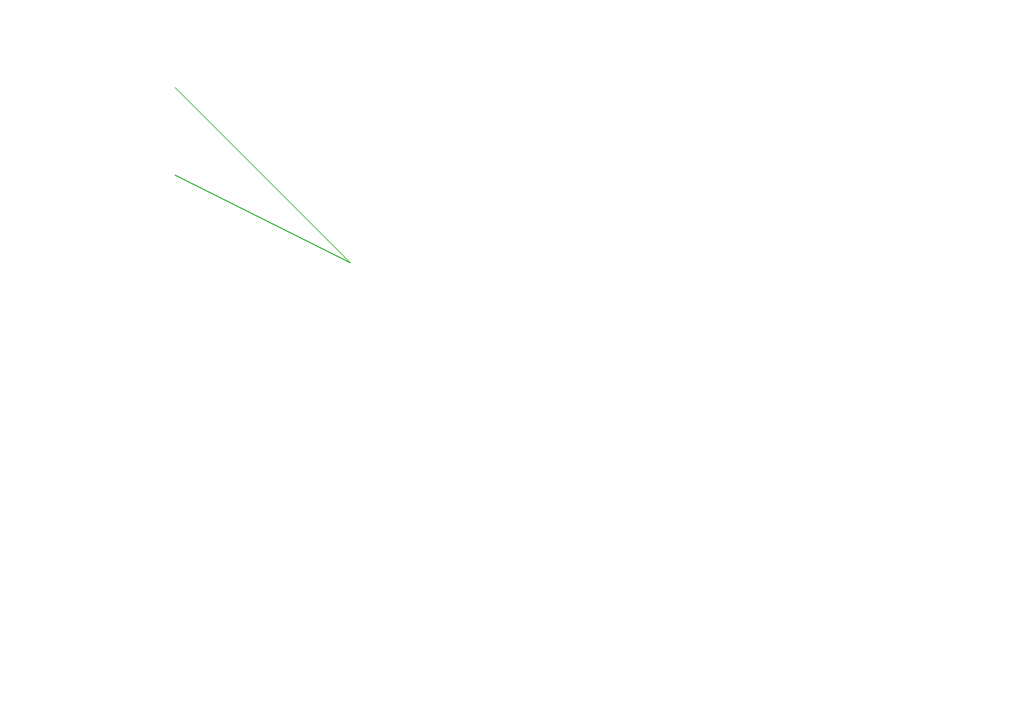
<source format=kicad_sch>
(kicad_sch (version 20211123) (generator eeschema) (uuid 12345678-1234-1234-1234-123456789abc) (paper "A4") (title_block (title "Test Wiring") (date "2025-01-18") (rev "1")) 

(symbol (lib_id "Device:R") (at 50.8 50.8 0) (unit 1) (uuid abcd1234-1234-1234-1234-123456789def) 

(property "Reference" "R_SCL" (id 0) (at 52.578 49.6316 0) (effects (font (size 1.27 1.27)) (justify left))) 

(property "Value" "10k" (id 1) (at 52.578 51.9366 0) (effects (font (size 1.27 1.27)) (justify left))) 

(property "Footprint" "" (id 2) (at 49.022 50.8 90) (effects (font (size 1.27 1.27)) hide)) 

(property "Datasheet" "~" (id 3) (at 50.8 50.8 0) (effects (font (size 1.27 1.27)) hide)) (pin "1" (uuid 1111aaaa-1111-1111-1111-111111111111)) (pin "2" (uuid 2222bbbb-2222-2222-2222-222222222222))) 

(symbol (lib_id "MCU_ST_STM32F4:STM32F407VGTx") (at 101.6 76.2 0) (unit 1) (uuid efgh5678-5678-5678-5678-567856785678) 

(property "Reference" "U1" (id 0) (at 104.521 74.6316 0) (effects (font (size 1.27 1.27)) (justify left))) 

(property "Value" "TAS5830" (id 1) (at 104.521 76.9366 0) (effects (font (size 1.27 1.27)) (justify left))) 

(property "Footprint" "" (id 2) (at 101.6 80.61 0) (effects (font (size 1.27 1.27)) hide)) 

(property "Datasheet" "~" (id 3) (at 101.6 76.2 0) (effects (font (size 1.27 1.27)) hide)) (pin "1" (uuid 3333cccc-3333-3333-3333-333333333333)) (pin "2" (uuid 4444dddd-4444-4444-4444-444444444444)) (pin "3" (uuid 5555eeee-5555-5555-5555-555555555555)) (pin "4" (uuid 6666ffff-6666-6666-6666-666666666666)) (pin "5" (uuid 7777gggg-7777-7777-7777-777777777777))) 

(symbol (lib_id "Device:R") (at 50.8 25.4 0) (unit 1) (uuid ijkl9012-9012-9012-9012-901290129012) 

(property "Reference" "R_PDN" (id 0) (at 52.578 24.0316 0) (effects (font (size 1.27 1.27)) (justify left))) 

(property "Value" "100k" (id 1) (at 52.578 26.3366 0) (effects (font (size 1.27 1.27)) (justify left))) 

(property "Footprint" "" (id 2) (at 49.022 25.4 90) (effects (font (size 1.27 1.27)) hide)) 

(property "Datasheet" "~" (id 3) (at 50.8 25.4 0) (effects (font (size 1.27 1.27)) hide)) (pin "1" (uuid 8888hhhh-8888-8888-8888-888888888888)) (pin "2" (uuid 9999iiii-9999-9999-9999-999999999999))) 

(wire (pts 

(xy 50.8 50.8) 

(xy 101.6 76.2)) (stroke (width 0) (type default)) (uuid dd2be8f6-76dd-4d94-a683-f67387cd1273)) 

(wire (pts 

(xy 50.8 50.8) 

(xy 101.6 76.2)) (stroke (width 0) (type default)) (uuid 4e1422e3-d95e-4aea-ad8f-e267d3302939)) 

(wire (pts 

(xy 50.8 25.4) 

(xy 101.6 76.2)) (stroke (width 0) (type default)) (uuid e6937172-4feb-46db-a837-39cb9c944641)) 

(wire (pts 

(xy 50.8 50.8) 

(xy 101.6 76.2)) (stroke (width 0) (type default)) (uuid f0b76cab-64e2-4502-80e1-de9e9796a4f8)) 

(wire (pts 

(xy 50.8 50.8) 

(xy 101.6 76.2)) (stroke (width 0) (type default)) (uuid 48e0a4b8-4ca0-4a91-81c7-4e07fe59d415)))
</source>
